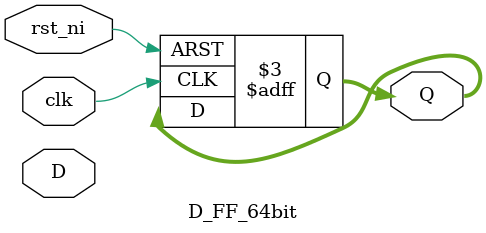
<source format=sv>
module D_FF_64bit
(
	input  logic        		clk, rst_ni,
	input  logic 	[63:0] 	D,
	output reg 		[63:0] 	Q
);
	always_ff @(posedge clk or negedge rst_ni) begin
		if(!rst_ni) begin
			Q  <=  0;
		end
		else begin
			Q <= Q;
		end
end
endmodule
</source>
